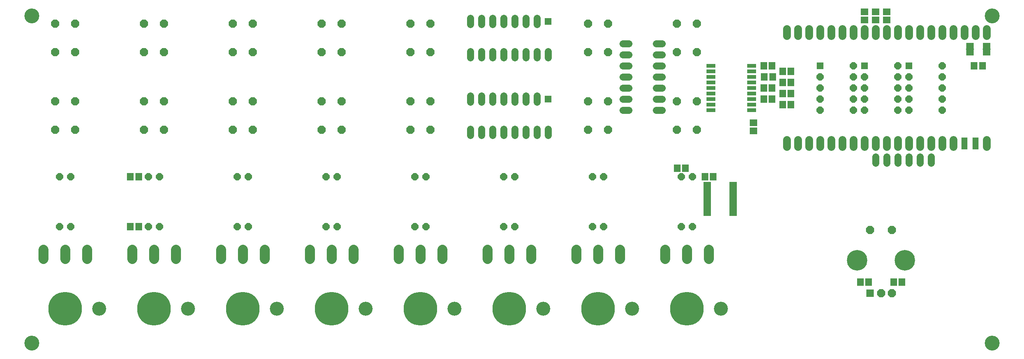
<source format=gbs>
G75*
%MOIN*%
%OFA0B0*%
%FSLAX25Y25*%
%IPPOS*%
%LPD*%
%AMOC8*
5,1,8,0,0,1.08239X$1,22.5*
%
%ADD10C,0.13398*%
%ADD11R,0.06706X0.05918*%
%ADD12R,0.05918X0.06706*%
%ADD13R,0.08083X0.03359*%
%ADD14R,0.06509X0.02572*%
%ADD15OC8,0.06400*%
%ADD16R,0.06400X0.06400*%
%ADD17C,0.09068*%
%ADD18C,0.30328*%
%ADD19C,0.12611*%
%ADD20OC8,0.07137*%
%ADD21R,0.07137X0.07137*%
%ADD22C,0.18517*%
%ADD23C,0.06400*%
%ADD24C,0.07137*%
%ADD25R,0.05800X0.10800*%
%ADD26R,0.07100X0.05400*%
%ADD27R,0.07200X0.00600*%
D10*
X0015000Y0015000D03*
X0015000Y0310000D03*
X0880000Y0310000D03*
X0880000Y0015000D03*
D11*
X0665000Y0206260D03*
X0665000Y0213740D03*
X0765000Y0306260D03*
X0765000Y0313740D03*
X0775000Y0313740D03*
X0775000Y0306260D03*
X0785000Y0306260D03*
X0785000Y0313740D03*
D12*
X0863760Y0265000D03*
X0871240Y0265000D03*
X0698740Y0260000D03*
X0691260Y0260000D03*
X0682240Y0255000D03*
X0674760Y0255000D03*
X0674260Y0245000D03*
X0681740Y0245000D03*
X0691260Y0240000D03*
X0698740Y0240000D03*
X0698740Y0230000D03*
X0691260Y0230000D03*
X0681740Y0235000D03*
X0674260Y0235000D03*
X0691260Y0250000D03*
X0698740Y0250000D03*
X0681740Y0265000D03*
X0674260Y0265000D03*
X0603740Y0172500D03*
X0596260Y0172500D03*
X0621260Y0165000D03*
X0628740Y0165000D03*
X0761260Y0070000D03*
X0768740Y0070000D03*
X0791260Y0070000D03*
X0798740Y0070000D03*
X0111240Y0120000D03*
X0103760Y0120000D03*
X0103760Y0165000D03*
X0111240Y0165000D03*
D13*
X0626594Y0225000D03*
X0626594Y0230000D03*
X0626594Y0235000D03*
X0626594Y0240000D03*
X0626594Y0245000D03*
X0626594Y0250000D03*
X0626594Y0255000D03*
X0626594Y0260000D03*
X0626594Y0265000D03*
X0663406Y0265000D03*
X0663406Y0260000D03*
X0663406Y0255000D03*
X0663406Y0250000D03*
X0663406Y0245000D03*
X0663406Y0240000D03*
X0663406Y0235000D03*
X0663406Y0230000D03*
X0663406Y0225000D03*
D14*
X0646516Y0159075D03*
X0646516Y0156516D03*
X0646516Y0153957D03*
X0646516Y0151398D03*
X0646516Y0148839D03*
X0646516Y0146280D03*
X0646516Y0143720D03*
X0646516Y0141161D03*
X0646516Y0138602D03*
X0646516Y0136043D03*
X0646516Y0133484D03*
X0646516Y0130925D03*
X0623484Y0130925D03*
X0623484Y0133484D03*
X0623484Y0136043D03*
X0623484Y0138602D03*
X0623484Y0141161D03*
X0623484Y0143720D03*
X0623484Y0146280D03*
X0623484Y0148839D03*
X0623484Y0151398D03*
X0623484Y0153957D03*
X0623484Y0156516D03*
X0623484Y0159075D03*
D15*
X0610000Y0165000D03*
X0600000Y0165000D03*
X0530000Y0165000D03*
X0520000Y0165000D03*
X0450000Y0165000D03*
X0440000Y0165000D03*
X0370000Y0165000D03*
X0360000Y0165000D03*
X0290000Y0165000D03*
X0280000Y0165000D03*
X0210000Y0165000D03*
X0200000Y0165000D03*
X0130000Y0165000D03*
X0120000Y0165000D03*
X0050000Y0165000D03*
X0040000Y0165000D03*
X0040000Y0120000D03*
X0050000Y0120000D03*
X0120000Y0120000D03*
X0130000Y0120000D03*
X0200000Y0120000D03*
X0210000Y0120000D03*
X0280000Y0120000D03*
X0290000Y0120000D03*
X0360000Y0120000D03*
X0370000Y0120000D03*
X0440000Y0120000D03*
X0450000Y0120000D03*
X0520000Y0120000D03*
X0530000Y0120000D03*
X0600000Y0120000D03*
X0610000Y0120000D03*
X0725000Y0225000D03*
X0725000Y0235000D03*
X0725000Y0245000D03*
X0725000Y0255000D03*
X0755000Y0255000D03*
X0765000Y0255000D03*
X0765000Y0245000D03*
X0755000Y0245000D03*
X0755000Y0235000D03*
X0765000Y0235000D03*
X0765000Y0225000D03*
X0755000Y0225000D03*
X0795000Y0225000D03*
X0805000Y0225000D03*
X0805000Y0235000D03*
X0795000Y0235000D03*
X0795000Y0245000D03*
X0805000Y0245000D03*
X0805000Y0255000D03*
X0795000Y0255000D03*
X0795000Y0265000D03*
X0755000Y0265000D03*
X0835000Y0265000D03*
X0835000Y0255000D03*
X0835000Y0245000D03*
X0835000Y0235000D03*
X0835000Y0225000D03*
D16*
X0805000Y0265000D03*
X0765000Y0265000D03*
X0725000Y0265000D03*
X0480000Y0235000D03*
X0480000Y0305000D03*
D17*
X0464685Y0099134D02*
X0464685Y0090866D01*
X0445000Y0090866D02*
X0445000Y0099134D01*
X0425315Y0099134D02*
X0425315Y0090866D01*
X0384685Y0090866D02*
X0384685Y0099134D01*
X0365000Y0099134D02*
X0365000Y0090866D01*
X0345315Y0090866D02*
X0345315Y0099134D01*
X0304685Y0099134D02*
X0304685Y0090866D01*
X0285000Y0090866D02*
X0285000Y0099134D01*
X0265315Y0099134D02*
X0265315Y0090866D01*
X0224685Y0090866D02*
X0224685Y0099134D01*
X0205000Y0099134D02*
X0205000Y0090866D01*
X0185315Y0090866D02*
X0185315Y0099134D01*
X0144685Y0099134D02*
X0144685Y0090866D01*
X0125000Y0090866D02*
X0125000Y0099134D01*
X0105315Y0099134D02*
X0105315Y0090866D01*
X0064685Y0090866D02*
X0064685Y0099134D01*
X0045000Y0099134D02*
X0045000Y0090866D01*
X0025315Y0090866D02*
X0025315Y0099134D01*
X0505315Y0099134D02*
X0505315Y0090866D01*
X0525000Y0090866D02*
X0525000Y0099134D01*
X0544685Y0099134D02*
X0544685Y0090866D01*
X0585315Y0090866D02*
X0585315Y0099134D01*
X0605000Y0099134D02*
X0605000Y0090866D01*
X0624685Y0090866D02*
X0624685Y0099134D01*
D18*
X0605000Y0045787D03*
X0525000Y0045787D03*
X0445000Y0045787D03*
X0365000Y0045787D03*
X0285000Y0045787D03*
X0205000Y0045787D03*
X0125000Y0045787D03*
X0045000Y0045787D03*
D19*
X0075709Y0045787D03*
X0155709Y0045787D03*
X0235709Y0045787D03*
X0315709Y0045787D03*
X0395709Y0045787D03*
X0475709Y0045787D03*
X0555709Y0045787D03*
X0635709Y0045787D03*
D20*
X0779843Y0060000D03*
X0789685Y0060000D03*
X0789685Y0117087D03*
X0770000Y0117087D03*
X0613900Y0207200D03*
X0596100Y0207200D03*
X0596100Y0232800D03*
X0613900Y0232800D03*
X0533900Y0232800D03*
X0516100Y0232800D03*
X0516100Y0207200D03*
X0533900Y0207200D03*
X0533900Y0277200D03*
X0516100Y0277200D03*
X0516100Y0302800D03*
X0533900Y0302800D03*
X0596100Y0302800D03*
X0613900Y0302800D03*
X0613900Y0277200D03*
X0596100Y0277200D03*
X0373900Y0277200D03*
X0356100Y0277200D03*
X0356100Y0302800D03*
X0373900Y0302800D03*
X0293900Y0302800D03*
X0276100Y0302800D03*
X0276100Y0277200D03*
X0293900Y0277200D03*
X0213900Y0277200D03*
X0196100Y0277200D03*
X0196100Y0302800D03*
X0213900Y0302800D03*
X0133900Y0302800D03*
X0116100Y0302800D03*
X0116100Y0277200D03*
X0133900Y0277200D03*
X0053900Y0277200D03*
X0036100Y0277200D03*
X0036100Y0302800D03*
X0053900Y0302800D03*
X0053900Y0232800D03*
X0036100Y0232800D03*
X0036100Y0207200D03*
X0053900Y0207200D03*
X0116100Y0207200D03*
X0133900Y0207200D03*
X0133900Y0232800D03*
X0116100Y0232800D03*
X0196100Y0232800D03*
X0213900Y0232800D03*
X0213900Y0207200D03*
X0196100Y0207200D03*
X0276100Y0207200D03*
X0293900Y0207200D03*
X0293900Y0232800D03*
X0276100Y0232800D03*
X0356100Y0232800D03*
X0373900Y0232800D03*
X0373900Y0207200D03*
X0356100Y0207200D03*
D21*
X0770000Y0060000D03*
D22*
X0758189Y0089528D03*
X0801496Y0089528D03*
D23*
X0805000Y0177200D02*
X0805000Y0182800D01*
X0795000Y0182800D02*
X0795000Y0177200D01*
X0785000Y0177200D02*
X0785000Y0182800D01*
X0775000Y0182800D02*
X0775000Y0177200D01*
X0815000Y0177200D02*
X0815000Y0182800D01*
X0825000Y0182800D02*
X0825000Y0177200D01*
X0582800Y0225000D02*
X0577200Y0225000D01*
X0577200Y0235000D02*
X0582800Y0235000D01*
X0582800Y0245000D02*
X0577200Y0245000D01*
X0577200Y0255000D02*
X0582800Y0255000D01*
X0582800Y0265000D02*
X0577200Y0265000D01*
X0577200Y0275000D02*
X0582800Y0275000D01*
X0582800Y0285000D02*
X0577200Y0285000D01*
X0552800Y0285000D02*
X0547200Y0285000D01*
X0547200Y0275000D02*
X0552800Y0275000D01*
X0552800Y0265000D02*
X0547200Y0265000D01*
X0547200Y0255000D02*
X0552800Y0255000D01*
X0552800Y0245000D02*
X0547200Y0245000D01*
X0547200Y0235000D02*
X0552800Y0235000D01*
X0552800Y0225000D02*
X0547200Y0225000D01*
X0480000Y0207800D02*
X0480000Y0202200D01*
X0470000Y0202200D02*
X0470000Y0207800D01*
X0460000Y0207800D02*
X0460000Y0202200D01*
X0450000Y0202200D02*
X0450000Y0207800D01*
X0440000Y0207800D02*
X0440000Y0202200D01*
X0430000Y0202200D02*
X0430000Y0207800D01*
X0420000Y0207800D02*
X0420000Y0202200D01*
X0410000Y0202200D02*
X0410000Y0207800D01*
X0410000Y0232200D02*
X0410000Y0237800D01*
X0420000Y0237800D02*
X0420000Y0232200D01*
X0430000Y0232200D02*
X0430000Y0237800D01*
X0440000Y0237800D02*
X0440000Y0232200D01*
X0450000Y0232200D02*
X0450000Y0237800D01*
X0460000Y0237800D02*
X0460000Y0232200D01*
X0470000Y0232200D02*
X0470000Y0237800D01*
X0470000Y0272200D02*
X0470000Y0277800D01*
X0460000Y0277800D02*
X0460000Y0272200D01*
X0450000Y0272200D02*
X0450000Y0277800D01*
X0440000Y0277800D02*
X0440000Y0272200D01*
X0430000Y0272200D02*
X0430000Y0277800D01*
X0420000Y0277800D02*
X0420000Y0272200D01*
X0410000Y0272200D02*
X0410000Y0277800D01*
X0410000Y0302200D02*
X0410000Y0307800D01*
X0420000Y0307800D02*
X0420000Y0302200D01*
X0430000Y0302200D02*
X0430000Y0307800D01*
X0440000Y0307800D02*
X0440000Y0302200D01*
X0450000Y0302200D02*
X0450000Y0307800D01*
X0460000Y0307800D02*
X0460000Y0302200D01*
X0470000Y0302200D02*
X0470000Y0307800D01*
X0480000Y0277800D02*
X0480000Y0272200D01*
D24*
X0695000Y0291831D02*
X0695000Y0298169D01*
X0705000Y0298169D02*
X0705000Y0291831D01*
X0715000Y0291831D02*
X0715000Y0298169D01*
X0725000Y0298169D02*
X0725000Y0291831D01*
X0735000Y0291831D02*
X0735000Y0298169D01*
X0745000Y0298169D02*
X0745000Y0291831D01*
X0755000Y0291831D02*
X0755000Y0298169D01*
X0765000Y0298169D02*
X0765000Y0291831D01*
X0775000Y0291831D02*
X0775000Y0298169D01*
X0785000Y0298169D02*
X0785000Y0291831D01*
X0795000Y0291831D02*
X0795000Y0298169D01*
X0805000Y0298169D02*
X0805000Y0291831D01*
X0815000Y0291831D02*
X0815000Y0298169D01*
X0825000Y0298169D02*
X0825000Y0291831D01*
X0835000Y0291831D02*
X0835000Y0298169D01*
X0845000Y0298169D02*
X0845000Y0291831D01*
X0855000Y0291831D02*
X0855000Y0298169D01*
X0865000Y0298169D02*
X0865000Y0291831D01*
X0875000Y0291831D02*
X0875000Y0298169D01*
X0875000Y0198169D02*
X0875000Y0191831D01*
X0845000Y0191831D02*
X0845000Y0198169D01*
X0835000Y0198169D02*
X0835000Y0191831D01*
X0825000Y0191831D02*
X0825000Y0198169D01*
X0815000Y0198169D02*
X0815000Y0191831D01*
X0805000Y0191831D02*
X0805000Y0198169D01*
X0795000Y0198169D02*
X0795000Y0191831D01*
X0785000Y0191831D02*
X0785000Y0198169D01*
X0775000Y0198169D02*
X0775000Y0191831D01*
X0765000Y0191831D02*
X0765000Y0198169D01*
X0755000Y0198169D02*
X0755000Y0191831D01*
X0745000Y0191831D02*
X0745000Y0198169D01*
X0735000Y0198169D02*
X0735000Y0191831D01*
X0725000Y0191831D02*
X0725000Y0198169D01*
X0715000Y0198169D02*
X0715000Y0191831D01*
X0705000Y0191831D02*
X0705000Y0198169D01*
X0695000Y0198169D02*
X0695000Y0191831D01*
D25*
X0855000Y0195000D03*
X0865000Y0195000D03*
D26*
X0860000Y0277000D03*
X0860000Y0283000D03*
X0875000Y0283000D03*
X0875000Y0277000D03*
D27*
X0875000Y0280000D03*
X0860000Y0280000D03*
M02*

</source>
